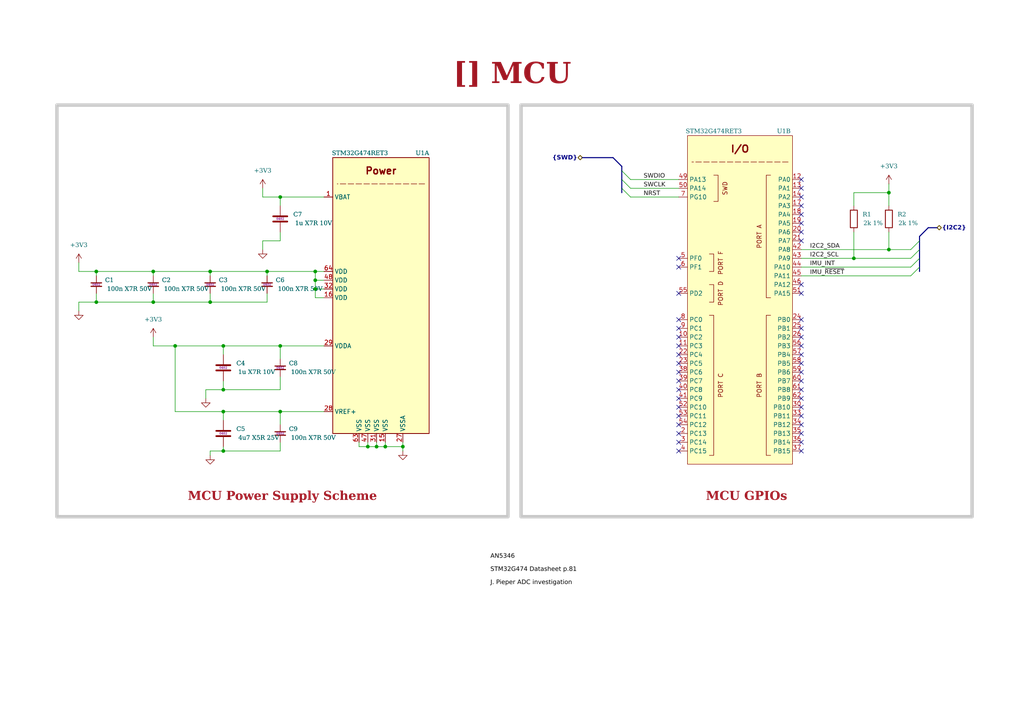
<source format=kicad_sch>
(kicad_sch (version 20231120) (generator "eeschema") (generator_version "8.0")
  (paper "A4")
  (title_block (title "MCU") (date "2025-01-12") (rev "${REVISION}") (company "${COMPANY}"))
  (lib_symbols
    (symbol "0_mcu:STM32G474RETx"
      (property "Reference" "U" (at -15.24 46.99 0))
      (property "Value" "STM32G474RETx" (at 0 46.99 0))
      (symbol "STM32G474RETx_1_1"
        (rectangle (start -13.97 33.02) (end 13.97 -46.99) (stroke (width 0.254)) (fill (type background)))
        (polyline (pts (xy 12.7 25.4) (xy -12.7 25.4)) (stroke (width 0) (type dash)))
        (text "Power" (at 0 29.21 0) (effects (font (size 2 2) (bold yes))))
        (pin power_in line (at -16.51 21.59 0) (length 2.54) (name "VBAT") (number "1"))
        (pin power_in line (at 1.27 -49.53 90) (length 2.54) (name "VSS") (number "15"))
        (pin power_in line (at -16.51 -7.62 0) (length 2.54) (name "VDD") (number "16"))
        (pin power_in line (at 6.35 -49.53 90) (length 2.54) (name "VSSA") (number "27"))
        (pin input line (at -16.51 -40.64 0) (length 2.54) (name "VREF+") (number "28"))
        (pin power_in line (at -16.51 -21.59 0) (length 2.54) (name "VDDA") (number "29"))
        (pin power_in line (at -1.27 -49.53 90) (length 2.54) (name "VSS") (number "31"))
        (pin power_in line (at -16.51 -5.08 0) (length 2.54) (name "VDD") (number "32"))
        (pin power_in line (at -3.81 -49.53 90) (length 2.54) (name "VSS") (number "47"))
        (pin power_in line (at -16.51 -2.54 0) (length 2.54) (name "VDD") (number "48"))
        (pin power_in line (at -6.35 -49.53 90) (length 2.54) (name "VSS") (number "63"))
        (pin power_in line (at -16.51 0 0) (length 2.54) (name "VDD") (number "64"))
      )
      (symbol "STM32G474RETx_2_1"
        (rectangle (start -15.24 45.72) (end 15.24 -49.53) (fill (type background)))
        (polyline (pts (xy 13.97 38.1) (xy -13.97 38.1)) (stroke (width 0) (type dash)))
        (polyline (pts (xy -8.89 -6.35) (xy -7.62 -6.35) (xy -7.62 -46.99) (xy -8.89 -46.99)))
        (polyline (pts (xy -8.89 2.54) (xy -7.62 2.54) (xy -7.62 -2.54) (xy -8.89 -2.54)))
        (polyline (pts (xy -8.89 11.43) (xy -7.62 11.43) (xy -7.62 6.35) (xy -8.89 6.35)))
        (polyline (pts (xy -7.62 26.67) (xy -6.35 26.67) (xy -6.35 34.29) (xy -7.62 34.29)))
        (polyline (pts (xy 8.89 -6.35) (xy 7.62 -6.35) (xy 7.62 -46.99) (xy 8.89 -46.99)))
        (polyline (pts (xy 8.89 -1.27) (xy 7.62 -1.27) (xy 7.62 34.29) (xy 8.89 34.29)))
        (text "I/O" (at 0 41.91 0) (effects (font (size 2 2) (bold yes))))
        (text "PORT A" (at 6.35 16.51 900) (effects (font (size 1.27 1.27)) (justify bottom)))
        (text "PORT B" (at 6.35 -26.67 900) (effects (font (size 1.27 1.27)) (justify bottom)))
        (text "PORT C" (at -6.35 -26.67 900) (effects (font (size 1.27 1.27)) (justify top)))
        (text "PORT D" (at -6.35 0 900) (effects (font (size 1.27 1.27)) (justify top)))
        (text "PORT F" (at -6.35 8.89 900) (effects (font (size 1.27 1.27)) (justify top)))
        (text "SWD" (at -5.08 30.48 900) (effects (font (size 1.27 1.27)) (justify top)))
        (pin bidirectional line (at -17.78 -12.7 0) (length 2.54) (name "PC2") (number "10"))
        (pin bidirectional line (at -17.78 -15.24 0) (length 2.54) (name "PC3") (number "11"))
        (pin bidirectional line (at 17.78 33.02 180) (length 2.54) (name "PA0") (number "12"))
        (pin bidirectional line (at 17.78 30.48 180) (length 2.54) (name "PA1") (number "13"))
        (pin bidirectional line (at 17.78 27.94 180) (length 2.54) (name "PA2") (number "14"))
        (pin bidirectional line (at 17.78 25.4 180) (length 2.54) (name "PA3") (number "17"))
        (pin bidirectional line (at 17.78 22.86 180) (length 2.54) (name "PA4") (number "18"))
        (pin bidirectional line (at 17.78 20.32 180) (length 2.54) (name "PA5") (number "19"))
        (pin bidirectional line (at -17.78 -40.64 0) (length 2.54) (name "PC13") (number "2"))
        (pin bidirectional line (at 17.78 17.78 180) (length 2.54) (name "PA6") (number "20"))
        (pin bidirectional line (at 17.78 15.24 180) (length 2.54) (name "PA7") (number "21"))
        (pin bidirectional line (at -17.78 -17.78 0) (length 2.54) (name "PC4") (number "22"))
        (pin bidirectional line (at -17.78 -20.32 0) (length 2.54) (name "PC5") (number "23"))
        (pin bidirectional line (at 17.78 -7.62 180) (length 2.54) (name "PB0") (number "24"))
        (pin bidirectional line (at 17.78 -10.16 180) (length 2.54) (name "PB1") (number "25"))
        (pin bidirectional line (at 17.78 -12.7 180) (length 2.54) (name "PB2") (number "26"))
        (pin bidirectional line (at -17.78 -43.18 0) (length 2.54) (name "PC14") (number "3"))
        (pin bidirectional line (at 17.78 -33.02 180) (length 2.54) (name "PB10") (number "30"))
        (pin bidirectional line (at 17.78 -35.56 180) (length 2.54) (name "PB11") (number "33"))
        (pin bidirectional line (at 17.78 -38.1 180) (length 2.54) (name "PB12") (number "34"))
        (pin bidirectional line (at 17.78 -40.64 180) (length 2.54) (name "PB13") (number "35"))
        (pin bidirectional line (at 17.78 -43.18 180) (length 2.54) (name "PB14") (number "36"))
        (pin bidirectional line (at 17.78 -45.72 180) (length 2.54) (name "PB15") (number "37"))
        (pin bidirectional line (at -17.78 -22.86 0) (length 2.54) (name "PC6") (number "38"))
        (pin bidirectional line (at -17.78 -25.4 0) (length 2.54) (name "PC7") (number "39"))
        (pin bidirectional line (at -17.78 -45.72 0) (length 2.54) (name "PC15") (number "4"))
        (pin bidirectional line (at -17.78 -27.94 0) (length 2.54) (name "PC8") (number "40"))
        (pin bidirectional line (at -17.78 -30.48 0) (length 2.54) (name "PC9") (number "41"))
        (pin bidirectional line (at 17.78 12.7 180) (length 2.54) (name "PA8") (number "42"))
        (pin bidirectional line (at 17.78 10.16 180) (length 2.54) (name "PA9") (number "43"))
        (pin bidirectional line (at 17.78 7.62 180) (length 2.54) (name "PA10") (number "44"))
        (pin bidirectional line (at 17.78 5.08 180) (length 2.54) (name "PA11") (number "45"))
        (pin bidirectional line (at 17.78 2.54 180) (length 2.54) (name "PA12") (number "46"))
        (pin bidirectional line (at -17.78 33.02 0) (length 2.54) (name "PA13") (number "49"))
        (pin bidirectional line (at -17.78 10.16 0) (length 2.54) (name "PF0") (number "5"))
        (pin bidirectional line (at -17.78 30.48 0) (length 2.54) (name "PA14") (number "50"))
        (pin bidirectional line (at 17.78 0 180) (length 2.54) (name "PA15") (number "51"))
        (pin bidirectional line (at -17.78 -33.02 0) (length 2.54) (name "PC10") (number "52"))
        (pin bidirectional line (at -17.78 -35.56 0) (length 2.54) (name "PC11") (number "53"))
        (pin bidirectional line (at -17.78 -38.1 0) (length 2.54) (name "PC12") (number "54"))
        (pin bidirectional line (at -17.78 0 0) (length 2.54) (name "PD2") (number "55"))
        (pin bidirectional line (at 17.78 -15.24 180) (length 2.54) (name "PB3") (number "56"))
        (pin bidirectional line (at 17.78 -17.78 180) (length 2.54) (name "PB4") (number "57"))
        (pin bidirectional line (at 17.78 -20.32 180) (length 2.54) (name "PB5") (number "58"))
        (pin bidirectional line (at 17.78 -22.86 180) (length 2.54) (name "PB6") (number "59"))
        (pin bidirectional line (at -17.78 7.62 0) (length 2.54) (name "PF1") (number "6"))
        (pin bidirectional line (at 17.78 -25.4 180) (length 2.54) (name "PB7") (number "60"))
        (pin bidirectional line (at 17.78 -27.94 180) (length 2.54) (name "PB8") (number "61"))
        (pin bidirectional line (at 17.78 -30.48 180) (length 2.54) (name "PB9") (number "62"))
        (pin bidirectional line (at -17.78 27.94 0) (length 2.54) (name "PG10") (number "7"))
        (pin bidirectional line (at -17.78 -7.62 0) (length 2.54) (name "PC0") (number "8"))
        (pin bidirectional line (at -17.78 -10.16 0) (length 2.54) (name "PC1") (number "9"))
      )
    )
    (symbol "Device:C" (pin_numbers hide) (pin_names (offset 0.254))
      (property "Reference" "C" (at 0.635 2.54 0))
      (property "Value" "C" (at 0.635 -2.54 0))
      (symbol "C_0_1"
        (polyline (pts (xy -2.032 -0.762) (xy 2.032 -0.762)) (stroke (width 0.508)))
        (polyline (pts (xy -2.032 0.762) (xy 2.032 0.762)) (stroke (width 0.508)))
      )
      (symbol "C_1_1"
        (pin passive line (at 0 3.81 270) (length 2.794) (name "~") (number "1"))
        (pin passive line (at 0 -3.81 90) (length 2.794) (name "~") (number "2"))
      )
    )
    (symbol "Device:C_Small" (pin_numbers hide) (pin_names (offset 0.254) hide)
      (property "Reference" "C" (at 0.254 1.778 0))
      (property "Value" "C_Small" (at 0.254 -2.032 0))
      (symbol "C_Small_0_1"
        (polyline (pts (xy -1.524 -0.508) (xy 1.524 -0.508)) (stroke (width 0.3302)))
        (polyline (pts (xy -1.524 0.508) (xy 1.524 0.508)) (stroke (width 0.3048)))
      )
      (symbol "C_Small_1_1"
        (pin passive line (at 0 2.54 270) (length 2.032) (name "~") (number "1"))
        (pin passive line (at 0 -2.54 90) (length 2.032) (name "~") (number "2"))
      )
    )
    (symbol "Device:R" (pin_numbers hide) (pin_names (offset 0))
      (property "Reference" "R" (at 2.032 0 90))
      (property "Value" "R" (at 0 0 90))
      (symbol "R_0_1"
        (rectangle (start -1.016 -2.54) (end 1.016 2.54) (stroke (width 0.254)))
      )
      (symbol "R_1_1"
        (pin passive line (at 0 3.81 270) (length 1.27) (name "~") (number "1"))
        (pin passive line (at 0 -3.81 90) (length 1.27) (name "~") (number "2"))
      )
    )
    (symbol "GND_1" (power) (pin_numbers hide) (pin_names (offset 0) hide)
      (property "Value" "GND" (at 0 -3.81 0))
      (symbol "GND_1_0_1"
        (polyline (pts (xy 0 0) (xy 0 -1.27) (xy 1.27 -1.27) (xy 0 -2.54) (xy -1.27 -1.27) (xy 0 -1.27)))
      )
      (symbol "GND_1_1_1"
        (pin power_in line (at 0 0 270) (length 0) (name "~") (number "1"))
      )
    )
    (symbol "power:+3V3" (power) (pin_numbers hide) (pin_names (offset 0) hide)
      (property "Value" "+3V3" (at 0 3.556 0))
      (symbol "+3V3_0_1"
        (polyline (pts (xy -0.762 1.27) (xy 0 2.54)))
        (polyline (pts (xy 0 0) (xy 0 2.54)))
        (polyline (pts (xy 0 2.54) (xy 0.762 1.27)))
      )
      (symbol "+3V3_1_1"
        (pin power_in line (at 0 0 90) (length 0) (name "~") (number "1"))
      )
    )
  )
  (junction (at 60.96 78.74))
  (junction (at 60.96 87.63))
  (junction (at 77.47 78.74))
  (junction (at 111.76 129.54))
  (junction (at 64.77 113.03))
  (junction (at 257.81 55.88))
  (junction (at 247.65 74.93))
  (junction (at 81.28 100.33))
  (junction (at 116.84 129.54))
  (junction (at 64.77 130.81))
  (junction (at 91.44 81.28))
  (junction (at 257.81 72.39))
  (junction (at 91.44 83.82))
  (junction (at 109.22 129.54))
  (junction (at 81.28 57.15))
  (junction (at 81.28 119.38))
  (junction (at 64.77 100.33))
  (junction (at 106.68 129.54))
  (junction (at 44.45 87.63))
  (junction (at 91.44 78.74))
  (junction (at 27.94 78.74))
  (junction (at 50.8 100.33))
  (junction (at 44.45 78.74))
  (junction (at 64.77 119.38))
  (junction (at 27.94 87.63))
  (no_connect (at 196.85 100.33))
  (no_connect (at 196.85 74.93))
  (no_connect (at 232.41 102.87))
  (no_connect (at 196.85 125.73))
  (no_connect (at 196.85 115.57))
  (no_connect (at 232.41 100.33))
  (no_connect (at 232.41 115.57))
  (no_connect (at 232.41 118.11))
  (no_connect (at 232.41 69.85))
  (no_connect (at 232.41 62.23))
  (no_connect (at 196.85 92.71))
  (no_connect (at 196.85 102.87))
  (no_connect (at 232.41 97.79))
  (no_connect (at 232.41 130.81))
  (no_connect (at 232.41 95.25))
  (no_connect (at 196.85 120.65))
  (no_connect (at 196.85 130.81))
  (no_connect (at 232.41 107.95))
  (no_connect (at 196.85 77.47))
  (no_connect (at 196.85 123.19))
  (no_connect (at 232.41 128.27))
  (no_connect (at 196.85 107.95))
  (no_connect (at 232.41 57.15))
  (no_connect (at 232.41 123.19))
  (no_connect (at 232.41 59.69))
  (no_connect (at 232.41 52.07))
  (no_connect (at 232.41 113.03))
  (no_connect (at 232.41 120.65))
  (no_connect (at 196.85 95.25))
  (no_connect (at 196.85 113.03))
  (no_connect (at 196.85 128.27))
  (no_connect (at 232.41 85.09))
  (no_connect (at 232.41 125.73))
  (no_connect (at 196.85 105.41))
  (no_connect (at 196.85 97.79))
  (no_connect (at 232.41 82.55))
  (no_connect (at 196.85 85.09))
  (no_connect (at 232.41 92.71))
  (no_connect (at 196.85 118.11))
  (no_connect (at 232.41 67.31))
  (no_connect (at 232.41 105.41))
  (no_connect (at 196.85 110.49))
  (no_connect (at 232.41 54.61))
  (no_connect (at 232.41 110.49))
  (no_connect (at 232.41 64.77))
  (bus_entry (at 264.16 80.01) (size 2.54 -2.54))
  (bus_entry (at 264.16 74.93) (size 2.54 -2.54))
  (bus_entry (at 182.88 52.07) (size -2.54 -2.54))
  (bus_entry (at 182.88 57.15) (size -2.54 -2.54))
  (bus_entry (at 264.16 72.39) (size 2.54 -2.54))
  (bus_entry (at 182.88 54.61) (size -2.54 -2.54))
  (bus_entry (at 264.16 77.47) (size 2.54 -2.54))
  (wire (pts (xy 44.45 97.79) (xy 44.45 100.33)))
  (bus (pts (xy 266.7 77.47) (xy 266.7 78.74)))
  (wire (pts (xy 91.44 86.36) (xy 91.44 83.82)))
  (bus (pts (xy 180.34 48.26) (xy 177.8 45.72)))
  (wire (pts (xy 64.77 119.38) (xy 50.8 119.38)))
  (wire (pts (xy 116.84 128.27) (xy 116.84 129.54)))
  (wire (pts (xy 91.44 81.28) (xy 91.44 78.74)))
  (wire (pts (xy 64.77 121.92) (xy 64.77 119.38)))
  (wire (pts (xy 64.77 130.81) (xy 81.28 130.81)))
  (wire (pts (xy 81.28 59.69) (xy 81.28 57.15)))
  (bus (pts (xy 180.34 49.53) (xy 180.34 52.07)))
  (wire (pts (xy 59.69 115.57) (xy 59.69 113.03)))
  (wire (pts (xy 50.8 100.33) (xy 64.77 100.33)))
  (wire (pts (xy 44.45 100.33) (xy 50.8 100.33)))
  (wire (pts (xy 64.77 119.38) (xy 81.28 119.38)))
  (wire (pts (xy 104.14 129.54) (xy 104.14 128.27)))
  (wire (pts (xy 111.76 129.54) (xy 109.22 129.54)))
  (wire (pts (xy 77.47 87.63) (xy 77.47 85.09)))
  (wire (pts (xy 60.96 78.74) (xy 60.96 80.01)))
  (wire (pts (xy 182.88 54.61) (xy 196.85 54.61)))
  (wire (pts (xy 64.77 113.03) (xy 64.77 110.49)))
  (wire (pts (xy 44.45 87.63) (xy 60.96 87.63)))
  (bus (pts (xy 177.8 45.72) (xy 168.91 45.72)))
  (wire (pts (xy 44.45 87.63) (xy 44.45 85.09)))
  (wire (pts (xy 111.76 129.54) (xy 111.76 128.27)))
  (wire (pts (xy 59.69 113.03) (xy 64.77 113.03)))
  (wire (pts (xy 93.98 78.74) (xy 91.44 78.74)))
  (bus (pts (xy 180.34 54.61) (xy 180.34 55.88)))
  (wire (pts (xy 116.84 129.54) (xy 111.76 129.54)))
  (wire (pts (xy 27.94 87.63) (xy 44.45 87.63)))
  (wire (pts (xy 257.81 55.88) (xy 257.81 59.69)))
  (wire (pts (xy 81.28 57.15) (xy 93.98 57.15)))
  (wire (pts (xy 81.28 100.33) (xy 93.98 100.33)))
  (wire (pts (xy 93.98 83.82) (xy 91.44 83.82)))
  (wire (pts (xy 257.81 67.31) (xy 257.81 72.39)))
  (wire (pts (xy 60.96 78.74) (xy 44.45 78.74)))
  (wire (pts (xy 232.41 74.93) (xy 247.65 74.93)))
  (wire (pts (xy 77.47 78.74) (xy 77.47 80.01)))
  (wire (pts (xy 60.96 87.63) (xy 77.47 87.63)))
  (wire (pts (xy 77.47 78.74) (xy 60.96 78.74)))
  (wire (pts (xy 232.41 80.01) (xy 264.16 80.01)))
  (wire (pts (xy 76.2 69.85) (xy 81.28 69.85)))
  (wire (pts (xy 44.45 78.74) (xy 44.45 80.01)))
  (wire (pts (xy 81.28 113.03) (xy 64.77 113.03)))
  (wire (pts (xy 81.28 69.85) (xy 81.28 67.31)))
  (wire (pts (xy 64.77 130.81) (xy 64.77 129.54)))
  (wire (pts (xy 22.86 90.17) (xy 22.86 87.63)))
  (wire (pts (xy 44.45 78.74) (xy 27.94 78.74)))
  (wire (pts (xy 76.2 57.15) (xy 81.28 57.15)))
  (wire (pts (xy 247.65 74.93) (xy 264.16 74.93)))
  (bus (pts (xy 180.34 52.07) (xy 180.34 54.61)))
  (bus (pts (xy 266.7 69.85) (xy 266.7 72.39)))
  (wire (pts (xy 81.28 100.33) (xy 64.77 100.33)))
  (wire (pts (xy 106.68 128.27) (xy 106.68 129.54)))
  (wire (pts (xy 27.94 87.63) (xy 27.94 85.09)))
  (bus (pts (xy 266.7 68.58) (xy 266.7 69.85)))
  (wire (pts (xy 93.98 86.36) (xy 91.44 86.36)))
  (wire (pts (xy 81.28 119.38) (xy 93.98 119.38)))
  (wire (pts (xy 247.65 55.88) (xy 247.65 59.69)))
  (wire (pts (xy 81.28 109.22) (xy 81.28 113.03)))
  (wire (pts (xy 91.44 78.74) (xy 77.47 78.74)))
  (wire (pts (xy 232.41 77.47) (xy 264.16 77.47)))
  (wire (pts (xy 182.88 52.07) (xy 196.85 52.07)))
  (wire (pts (xy 116.84 129.54) (xy 116.84 130.81)))
  (bus (pts (xy 266.7 68.58) (xy 269.24 66.04)))
  (wire (pts (xy 91.44 83.82) (xy 91.44 81.28)))
  (wire (pts (xy 109.22 128.27) (xy 109.22 129.54)))
  (wire (pts (xy 182.88 57.15) (xy 196.85 57.15)))
  (wire (pts (xy 81.28 123.19) (xy 81.28 119.38)))
  (bus (pts (xy 266.7 74.93) (xy 266.7 77.47)))
  (wire (pts (xy 27.94 78.74) (xy 27.94 80.01)))
  (wire (pts (xy 257.81 72.39) (xy 264.16 72.39)))
  (wire (pts (xy 247.65 67.31) (xy 247.65 74.93)))
  (wire (pts (xy 60.96 130.81) (xy 64.77 130.81)))
  (wire (pts (xy 60.96 132.08) (xy 60.96 130.81)))
  (wire (pts (xy 60.96 87.63) (xy 60.96 85.09)))
  (wire (pts (xy 81.28 104.14) (xy 81.28 100.33)))
  (wire (pts (xy 81.28 130.81) (xy 81.28 128.27)))
  (bus (pts (xy 269.24 66.04) (xy 271.78 66.04)))
  (wire (pts (xy 232.41 72.39) (xy 257.81 72.39)))
  (wire (pts (xy 106.68 129.54) (xy 104.14 129.54)))
  (wire (pts (xy 50.8 119.38) (xy 50.8 100.33)))
  (bus (pts (xy 266.7 72.39) (xy 266.7 74.93)))
  (wire (pts (xy 22.86 76.2) (xy 22.86 78.74)))
  (wire (pts (xy 22.86 87.63) (xy 27.94 87.63)))
  (wire (pts (xy 257.81 53.34) (xy 257.81 55.88)))
  (wire (pts (xy 109.22 129.54) (xy 106.68 129.54)))
  (wire (pts (xy 247.65 55.88) (xy 257.81 55.88)))
  (wire (pts (xy 76.2 54.61) (xy 76.2 57.15)))
  (wire (pts (xy 76.2 69.85) (xy 76.2 72.39)))
  (bus (pts (xy 180.34 48.26) (xy 180.34 49.53)))
  (wire (pts (xy 64.77 100.33) (xy 64.77 102.87)))
  (wire (pts (xy 22.86 78.74) (xy 27.94 78.74)))
  (wire (pts (xy 93.98 81.28) (xy 91.44 81.28)))
  (rectangle (start 151.13 30.48) (end 281.94 149.86) (stroke (width 1) (color 200 200 200 1)))
  (rectangle (start 16.51 30.48) (end 147.32 149.86) (stroke (width 1) (color 200 200 200 1)))
  (text_box "MCU GPIOs" (at 151.13 139.7 0) (size 130.81 7.62) (stroke (width -0.0001)) (effects (font (size 2.54 2.54) (thickness 0.508) (bold yes)) (justify bottom)))
  (text_box "[${#}] ${TITLE}" (at 12.7 15.24 0) (size 271.78 12.7) (stroke (width -0.0001)) (effects (font (size 6 6) (thickness 1.2) (bold yes))))
  (text_box "MCU Power Supply Scheme" (at 16.51 139.7 0) (size 130.81 7.62) (stroke (width -0.0001)) (effects (font (size 2.54 2.54) (thickness 0.508) (bold yes)) (justify bottom)))
  (text "J. Pieper ADC investigation" (at 142.24 170.18 0) (effects (font (size 1.27 1.27)) (justify left bottom)))
  (text "STM32G474 Datasheet p.81" (at 142.24 166.37 0) (effects (font (size 1.27 1.27)) (justify left bottom)))
  (text "AN5346" (at 142.24 162.56 0) (effects (font (size 1.27 1.27)) (justify left bottom)))
  (label "I2C2_SCL" (at 234.95 74.93 0))
  (label "NRST" (at 186.69 57.15 0))
  (label "SWCLK" (at 186.69 54.61 0))
  (label "IMU_INT" (at 234.95 77.47 0))
  (label "IMU_~{RESET}" (at 234.95 80.01 0))
  (label "SWDIO" (at 186.69 52.07 0))
  (label "I2C2_SDA" (at 234.95 72.39 0))
  (hierarchical_label "{I2C2}" (shape bidirectional) (at 271.78 66.04 0) (effects (font (bold yes))))
  (hierarchical_label "{SWD}" (shape bidirectional) (at 168.91 45.72 180) (effects (font (bold yes))))
  (symbol (lib_name "GND_1") (lib_id "power:GND") (at 59.69 115.57 0) (unit 1)
    (property "Reference" "#PWR04" (effects (hide yes)))
    (property "Value" "GND" (effects (hide yes)))
  )
  (symbol (lib_id "Device:R") (at 257.81 63.5 0) (unit 1)
    (property "Reference" "R2" (at 260.35 62.23 0) (effects (justify left)))
    (property "Value" "2k 1%" (at 260.35 64.77 0) (effects (justify left)))
    (property "Footprint" "0_resistor_smd:R_0402_1005_DensityHigh" (effects (hide yes)))
    (property "Datasheet" "https://industrial.panasonic.com/cdbs/www-data/pdf/RDA0000/AOA0000C304.pdf" (effects (hide yes)))
    (property "Description" "2 kOhms ±1% 0.1W, 1/10W Chip Resistor 0402 (1005 Metric) Automotive AEC-Q200 Thick Film" (effects (hide yes)))
    (property "Supplier 1" "Digikey" (effects (hide yes)))
    (property "Supplier Part Number 1" "P2.00KLCT-ND" (effects (hide yes)))
    (property "Manufacturer" "Vishay" (effects (hide yes)))
    (property "Manufacturer Part Number" "ERJ-2RKF2001X" (effects (hide yes)))
  )
  (symbol (lib_name "GND_1") (lib_id "power:GND") (at 22.86 90.17 0) (unit 1)
    (property "Reference" "#PWR02" (effects (hide yes)))
    (property "Value" "GND" (effects (hide yes)))
  )
  (symbol (lib_id "Device:C") (at 64.77 125.73 0) (unit 1)
    (property "Reference" "C5" (at 68.58 124.46 0) (effects (justify left)))
    (property "Value" "4u7 X5R 25V" (at 68.58 127 0) (effects (justify left)))
    (property "Footprint" "0_capacitor_smd:C_0402_1005_DensityHigh" (effects (hide yes)))
    (property "Datasheet" "https://www.mouser.ch/datasheet/2/40/CM_Series_e-2835982.pdf" (effects (hide yes)))
    (property "Description" "4.7 µF ±20% 25V Ceramic Capacitor X5R 0402 (1005 Metric)" (effects (hide yes)))
    (property "Supplier 1" "Mouser" (effects (hide yes)))
    (property "Supplier Part Number 1" "581-CM05X5R475M25AH" (effects (hide yes)))
    (property "Manufacturer" "KYOCERA AVX" (effects (hide yes)))
    (property "Manufacturer Part Number" "CM05X5R475M25AH" (effects (hide yes)))
    (property "Package" "0402" (at 64.77 125.73 0) (effects (font (size 0.635 0.635))))
  )
  (symbol (lib_id "power:+3V3") (at 76.2 54.61 0) (unit 1)
    (property "Reference" "#PWR06" (effects (hide yes)))
    (property "Value" "+3V3" (at 76.2 49.53 0))
    (property "Description" "Power symbol creates a global label with name \"+3V3\"" (effects (hide yes)))
  )
  (symbol (lib_id "Device:C") (at 64.77 106.68 0) (unit 1)
    (property "Reference" "C4" (at 68.58 105.41 0) (effects (justify left)))
    (property "Value" "1u X7R 10V" (at 68.58 107.95 0) (effects (justify left)))
    (property "Footprint" "0_capacitor_smd:C_0402_1005_DensityHigh" (effects (hide yes)))
    (property "Datasheet" "https://search.murata.co.jp/Ceramy/image/img/A01X/G101/ENG/GRM155Z71A105KE01-01A.pdf" (effects (hide yes)))
    (property "Description" "1 µF ±10% 10V Ceramic Capacitor X7R 0402 (1005 Metric)" (effects (hide yes)))
    (property "Supplier 1" "Digikey" (effects (hide yes)))
    (property "Supplier Part Number 1" "490-GRM155Z71A105KE01JCT-ND" (effects (hide yes)))
    (property "Manufacturer" "Murata Electronics" (effects (hide yes)))
    (property "Manufacturer Part Number" "GRM155Z71A105KE01J" (effects (hide yes)))
    (property "Package" "0402" (at 64.77 106.68 0) (effects (font (size 0.635 0.635))))
  )
  (symbol (lib_id "Device:C_Small") (at 44.45 82.55 0) (unit 1)
    (property "Reference" "C2" (at 46.99 81.2863 0) (effects (justify left)))
    (property "Value" "100n X7R 50V" (at 46.99 83.8263 0) (effects (justify left)))
    (property "Footprint" "0_capacitor_smd:C_0402_1005_DensityHigh" (effects (hide yes)))
    (property "Datasheet" "https://search.murata.co.jp/Ceramy/image/img/A01X/G101/ENG/GCM155R71H104KE02-01.pdf" (effects (hide yes)))
    (property "Description" "0.1 µF ±10% 50V Ceramic Capacitor X7R 0402 (1005 Metric)" (effects (hide yes)))
    (property "Supplier 1" "Digikey" (effects (hide yes)))
    (property "Supplier Part Number 1" "490-14514-1-ND" (effects (hide yes)))
    (property "Manufacturer" "Murata Electronics" (effects (hide yes)))
    (property "Manufacturer Part Number" "GCM155R71H104KE02J" (effects (hide yes)))
    (property "Package" "0402" (at 44.45 82.55 0) (effects (font (size 0.635 0.635))))
  )
  (symbol (lib_id "Device:C_Small") (at 81.28 106.68 0) (unit 1)
    (property "Reference" "C8" (at 83.82 105.4163 0) (effects (justify left)))
    (property "Value" "100n X7R 50V" (at 83.82 107.9563 0) (effects (justify left)))
    (property "Footprint" "0_capacitor_smd:C_0402_1005_DensityHigh" (effects (hide yes)))
    (property "Datasheet" "https://search.murata.co.jp/Ceramy/image/img/A01X/G101/ENG/GCM155R71H104KE02-01.pdf" (effects (hide yes)))
    (property "Description" "0.1 µF ±10% 50V Ceramic Capacitor X7R 0402 (1005 Metric)" (effects (hide yes)))
    (property "Supplier 1" "Digikey" (effects (hide yes)))
    (property "Supplier Part Number 1" "490-14514-1-ND" (effects (hide yes)))
    (property "Manufacturer" "Murata Electronics" (effects (hide yes)))
    (property "Manufacturer Part Number" "GCM155R71H104KE02J" (effects (hide yes)))
    (property "Package" "0402" (at 81.28 106.68 0) (effects (font (size 0.635 0.635))))
  )
  (symbol (lib_id "0_mcu:STM32G474RETx") (at 110.49 78.74 0) (unit 1)
    (property "Reference" "U1" (at 124.46 44.45 0) (effects (justify right)))
    (property "Value" "STM32G474RET3" (at 96.52 44.45 0) (effects (justify left)))
    (property "Footprint" "0_package_QFP:LQFP-64_10x10mm_P0.5mm" (effects (hide yes)))
    (property "Datasheet" "https://www.st.com/resource/en/datasheet/stm32g474re.pdf" (effects (hide yes)))
    (property "Description" "STMicroelectronics Arm Cortex-M4 MCU, 512KB flash, 128KB RAM, 170 MHz, 1.71-3.6V, 58 GPIO, LQFP64" (effects (hide yes)))
    (property "Supplier 1" "Digikey" (effects (hide yes)))
    (property "Supplier Part Number 1" "497-STM32G474RET3-ND" (effects (hide yes)))
    (property "Manufacturer" "STMicroelectronics" (effects (hide yes)))
    (property "Manufacturer Part Number" "STM32G474RET3" (effects (hide yes)))
  )
  (symbol (lib_id "Device:C_Small") (at 60.96 82.55 0) (unit 1)
    (property "Reference" "C3" (at 63.5 81.2863 0) (effects (justify left)))
    (property "Value" "100n X7R 50V" (at 63.5 83.8263 0) (effects (justify left)))
    (property "Footprint" "0_capacitor_smd:C_0402_1005_DensityHigh" (effects (hide yes)))
    (property "Datasheet" "https://search.murata.co.jp/Ceramy/image/img/A01X/G101/ENG/GCM155R71H104KE02-01.pdf" (effects (hide yes)))
    (property "Description" "0.1 µF ±10% 50V Ceramic Capacitor X7R 0402 (1005 Metric)" (effects (hide yes)))
    (property "Supplier 1" "Digikey" (effects (hide yes)))
    (property "Supplier Part Number 1" "490-14514-1-ND" (effects (hide yes)))
    (property "Manufacturer" "Murata Electronics" (effects (hide yes)))
    (property "Manufacturer Part Number" "GCM155R71H104KE02J" (effects (hide yes)))
    (property "Package" "0402" (at 60.96 82.55 0) (effects (font (size 0.635 0.635))))
  )
  (symbol (lib_id "Device:R") (at 247.65 63.5 0) (unit 1)
    (property "Reference" "R1" (at 250.19 62.23 0) (effects (justify left)))
    (property "Value" "2k 1%" (at 250.19 64.77 0) (effects (justify left)))
    (property "Footprint" "0_resistor_smd:R_0402_1005_DensityHigh" (effects (hide yes)))
    (property "Datasheet" "https://industrial.panasonic.com/cdbs/www-data/pdf/RDA0000/AOA0000C304.pdf" (effects (hide yes)))
    (property "Description" "2 kOhms ±1% 0.1W, 1/10W Chip Resistor 0402 (1005 Metric) Automotive AEC-Q200 Thick Film" (effects (hide yes)))
    (property "Supplier 1" "Digikey" (effects (hide yes)))
    (property "Supplier Part Number 1" "P2.00KLCT-ND" (effects (hide yes)))
    (property "Manufacturer" "Vishay" (effects (hide yes)))
    (property "Manufacturer Part Number" "ERJ-2RKF2001X" (effects (hide yes)))
  )
  (symbol (lib_id "Device:C_Small") (at 77.47 82.55 0) (unit 1)
    (property "Reference" "C6" (at 80.01 81.2863 0) (effects (justify left)))
    (property "Value" "100n X7R 50V" (at 80.01 83.8263 0) (effects (justify left)))
    (property "Footprint" "0_capacitor_smd:C_0402_1005_DensityHigh" (effects (hide yes)))
    (property "Datasheet" "https://search.murata.co.jp/Ceramy/image/img/A01X/G101/ENG/GCM155R71H104KE02-01.pdf" (effects (hide yes)))
    (property "Description" "0.1 µF ±10% 50V Ceramic Capacitor X7R 0402 (1005 Metric)" (effects (hide yes)))
    (property "Supplier 1" "Digikey" (effects (hide yes)))
    (property "Supplier Part Number 1" "490-14514-1-ND" (effects (hide yes)))
    (property "Manufacturer" "Murata Electronics" (effects (hide yes)))
    (property "Manufacturer Part Number" "GCM155R71H104KE02J" (effects (hide yes)))
    (property "Package" "0402" (at 77.47 82.55 0) (effects (font (size 0.635 0.635))))
  )
  (symbol (lib_id "Device:C_Small") (at 27.94 82.55 0) (unit 1)
    (property "Reference" "C1" (at 30.48 81.2863 0) (effects (justify left)))
    (property "Value" "100n X7R 50V" (at 30.48 83.8263 0) (effects (justify left)))
    (property "Footprint" "0_capacitor_smd:C_0402_1005_DensityHigh" (effects (hide yes)))
    (property "Datasheet" "https://search.murata.co.jp/Ceramy/image/img/A01X/G101/ENG/GCM155R71H104KE02-01.pdf" (effects (hide yes)))
    (property "Description" "0.1 µF ±10% 50V Ceramic Capacitor X7R 0402 (1005 Metric)" (effects (hide yes)))
    (property "Supplier 1" "Digikey" (effects (hide yes)))
    (property "Supplier Part Number 1" "490-14514-1-ND" (effects (hide yes)))
    (property "Manufacturer" "Murata Electronics" (effects (hide yes)))
    (property "Manufacturer Part Number" "GCM155R71H104KE02J" (effects (hide yes)))
    (property "Package" "0402" (at 27.94 82.55 0) (effects (font (size 0.635 0.635))))
  )
  (symbol (lib_id "power:+3V3") (at 257.81 53.34 0) (unit 1)
    (property "Reference" "#PWR09" (effects (hide yes)))
    (property "Value" "+3V3" (at 257.81 48.26 0))
    (property "Description" "Power symbol creates a global label with name \"+3V3\"" (effects (hide yes)))
  )
  (symbol (lib_id "Device:C_Small") (at 81.28 125.73 0) (unit 1)
    (property "Reference" "C9" (at 83.82 124.4663 0) (effects (justify left)))
    (property "Value" "100n X7R 50V" (at 83.82 127.0063 0) (effects (justify left)))
    (property "Footprint" "0_capacitor_smd:C_0402_1005_DensityHigh" (effects (hide yes)))
    (property "Datasheet" "https://search.murata.co.jp/Ceramy/image/img/A01X/G101/ENG/GCM155R71H104KE02-01.pdf" (effects (hide yes)))
    (property "Description" "0.1 µF ±10% 50V Ceramic Capacitor X7R 0402 (1005 Metric)" (effects (hide yes)))
    (property "Supplier 1" "Digikey" (effects (hide yes)))
    (property "Supplier Part Number 1" "490-14514-1-ND" (effects (hide yes)))
    (property "Manufacturer" "Murata Electronics" (effects (hide yes)))
    (property "Manufacturer Part Number" "GCM155R71H104KE02J" (effects (hide yes)))
    (property "Package" "0402" (at 81.28 125.73 0) (effects (font (size 0.635 0.635))))
  )
  (symbol (lib_id "0_mcu:STM32G474RETx") (at 214.63 85.09 0) (unit 2)
    (property "Reference" "U1" (at 227.33 38.1 0))
    (property "Value" "STM32G474RET3" (at 207.01 38.1 0))
    (property "Footprint" "0_package_QFP:LQFP-64_10x10mm_P0.5mm" (effects (hide yes)))
    (property "Datasheet" "https://www.st.com/resource/en/datasheet/stm32g474re.pdf" (effects (hide yes)))
    (property "Description" "STMicroelectronics Arm Cortex-M4 MCU, 512KB flash, 128KB RAM, 170 MHz, 1.71-3.6V, 58 GPIO, LQFP64" (effects (hide yes)))
    (property "Supplier 1" "Digikey" (effects (hide yes)))
    (property "Supplier Part Number 1" "497-STM32G474RET3-ND" (effects (hide yes)))
    (property "Manufacturer" "STMicroelectronics" (effects (hide yes)))
    (property "Manufacturer Part Number" "STM32G474RET3" (effects (hide yes)))
  )
  (symbol (lib_id "power:+3V3") (at 22.86 76.2 0) (unit 1)
    (property "Reference" "#PWR01" (effects (hide yes)))
    (property "Value" "+3V3" (at 22.86 71.12 0))
    (property "Description" "Power symbol creates a global label with name \"+3V3\"" (effects (hide yes)))
  )
  (symbol (lib_name "GND_1") (lib_id "power:GND") (at 60.96 132.08 0) (unit 1)
    (property "Reference" "#PWR05" (effects (hide yes)))
    (property "Value" "GND" (effects (hide yes)))
  )
  (symbol (lib_id "power:+3V3") (at 44.45 97.79 0) (unit 1)
    (property "Reference" "#PWR03" (effects (hide yes)))
    (property "Value" "+3V3" (at 44.45 92.71 0))
    (property "Description" "Power symbol creates a global label with name \"+3V3\"" (effects (hide yes)))
  )
  (symbol (lib_id "Device:C") (at 81.28 63.5 0) (unit 1)
    (property "Reference" "C7" (at 85.09 62.23 0) (effects (justify left)))
    (property "Value" "1u X7R 10V" (at 85.09 64.77 0) (effects (justify left)))
    (property "Footprint" "0_capacitor_smd:C_0402_1005_DensityHigh" (effects (hide yes)))
    (property "Datasheet" "https://search.murata.co.jp/Ceramy/image/img/A01X/G101/ENG/GRM155Z71A105KE01-01A.pdf" (effects (hide yes)))
    (property "Description" "1 µF ±10% 10V Ceramic Capacitor X7R 0402 (1005 Metric)" (effects (hide yes)))
    (property "Supplier 1" "Digikey" (effects (hide yes)))
    (property "Supplier Part Number 1" "490-GRM155Z71A105KE01JCT-ND" (effects (hide yes)))
    (property "Manufacturer" "Murata Electronics" (effects (hide yes)))
    (property "Manufacturer Part Number" "GRM155Z71A105KE01J" (effects (hide yes)))
    (property "Package" "0402" (at 81.28 63.5 0) (effects (font (size 0.635 0.635))))
  )
  (symbol (lib_name "GND_1") (lib_id "power:GND") (at 116.84 130.81 0) (unit 1)
    (property "Reference" "#PWR08" (effects (hide yes)))
    (property "Value" "GND" (effects (hide yes)))
  )
  (symbol (lib_name "GND_1") (lib_id "power:GND") (at 76.2 72.39 0) (unit 1)
    (property "Reference" "#PWR07" (effects (hide yes)))
    (property "Value" "GND" (effects (hide yes)))
  )
)
</source>
